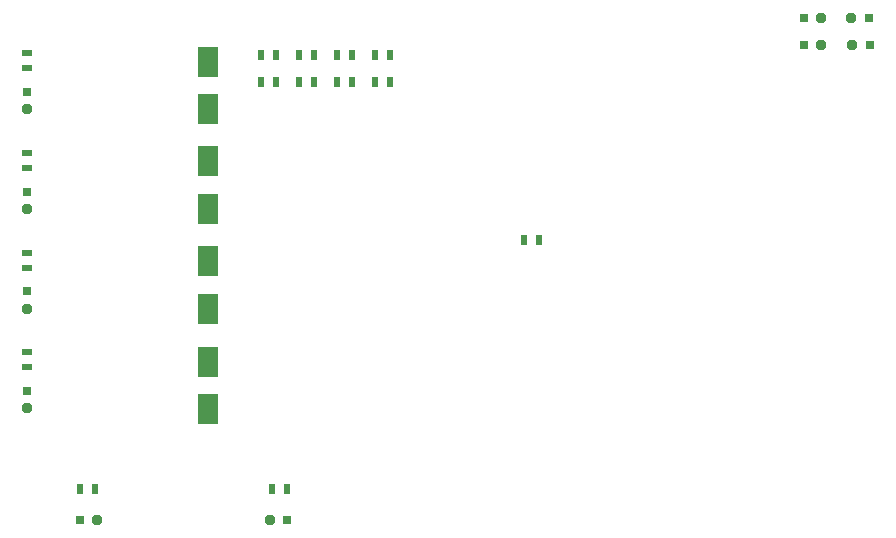
<source format=gtp>
G04*
G04 #@! TF.GenerationSoftware,Altium Limited,Altium Designer,20.1.8 (145)*
G04*
G04 Layer_Color=8421504*
%FSLAX25Y25*%
%MOIN*%
G70*
G04*
G04 #@! TF.SameCoordinates,2B98FD46-9CAB-426A-9CBD-916E77886E0C*
G04*
G04*
G04 #@! TF.FilePolarity,Positive*
G04*
G01*
G75*
G04:AMPARAMS|DCode=18|XSize=31.5mil|YSize=31.5mil|CornerRadius=7.87mil|HoleSize=0mil|Usage=FLASHONLY|Rotation=180.000|XOffset=0mil|YOffset=0mil|HoleType=Round|Shape=RoundedRectangle|*
%AMROUNDEDRECTD18*
21,1,0.03150,0.01575,0,0,180.0*
21,1,0.01575,0.03150,0,0,180.0*
1,1,0.01575,-0.00787,0.00787*
1,1,0.01575,0.00787,0.00787*
1,1,0.01575,0.00787,-0.00787*
1,1,0.01575,-0.00787,-0.00787*
%
%ADD18ROUNDEDRECTD18*%
%ADD19R,0.03150X0.03150*%
%ADD20R,0.01968X0.03740*%
%ADD21R,0.06693X0.09843*%
%ADD22R,0.03740X0.01968*%
G04:AMPARAMS|DCode=23|XSize=31.5mil|YSize=31.5mil|CornerRadius=7.87mil|HoleSize=0mil|Usage=FLASHONLY|Rotation=90.000|XOffset=0mil|YOffset=0mil|HoleType=Round|Shape=RoundedRectangle|*
%AMROUNDEDRECTD23*
21,1,0.03150,0.01575,0,0,90.0*
21,1,0.01575,0.03150,0,0,90.0*
1,1,0.01575,0.00787,0.00787*
1,1,0.01575,0.00787,-0.00787*
1,1,0.01575,-0.00787,-0.00787*
1,1,0.01575,-0.00787,0.00787*
%
%ADD23ROUNDEDRECTD23*%
%ADD24R,0.03150X0.03150*%
D18*
X280512Y175984D02*
D03*
Y166929D02*
D03*
X290748D02*
D03*
X290568Y175984D02*
D03*
X39173Y8661D02*
D03*
X96653D02*
D03*
D19*
X274606Y175984D02*
D03*
Y166929D02*
D03*
X296654D02*
D03*
X296473Y175984D02*
D03*
X33268Y8661D02*
D03*
X102559D02*
D03*
D20*
X186417Y101969D02*
D03*
X181299D02*
D03*
X93768Y163625D02*
D03*
X98886D02*
D03*
X98886Y154793D02*
D03*
X93768D02*
D03*
X106410D02*
D03*
X111528D02*
D03*
X111528Y163625D02*
D03*
X106410D02*
D03*
X119051Y154793D02*
D03*
X124169D02*
D03*
X124169Y163625D02*
D03*
X119051D02*
D03*
X131693Y154793D02*
D03*
X136811D02*
D03*
X136811Y163625D02*
D03*
X131693D02*
D03*
X38386Y18898D02*
D03*
X33268D02*
D03*
X102559D02*
D03*
X97441D02*
D03*
D21*
X75984Y161417D02*
D03*
Y145669D02*
D03*
Y61417D02*
D03*
Y45669D02*
D03*
Y79100D02*
D03*
Y94848D02*
D03*
Y112385D02*
D03*
Y128133D02*
D03*
D22*
X15748Y164370D02*
D03*
Y159252D02*
D03*
Y64584D02*
D03*
Y59466D02*
D03*
Y97654D02*
D03*
Y92536D02*
D03*
Y130922D02*
D03*
Y125804D02*
D03*
D23*
Y145473D02*
D03*
Y45866D02*
D03*
Y78937D02*
D03*
Y112205D02*
D03*
D24*
Y151378D02*
D03*
Y51772D02*
D03*
Y84842D02*
D03*
Y118110D02*
D03*
M02*

</source>
